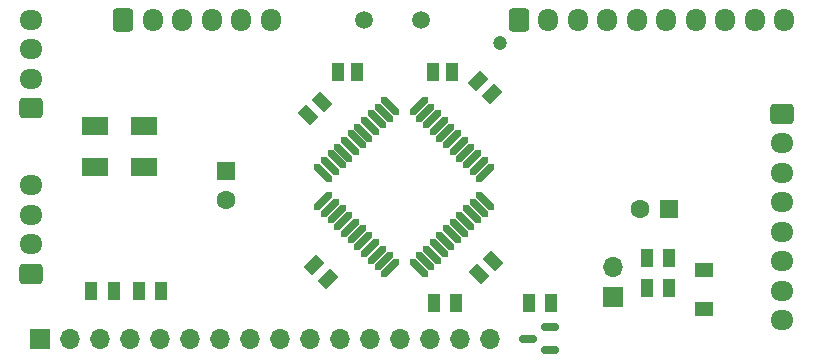
<source format=gbr>
%TF.GenerationSoftware,KiCad,Pcbnew,(6.0.5)*%
%TF.CreationDate,2022-06-13T21:30:09+05:30*%
%TF.ProjectId,pcb-dev-dsPIC30F3011,7063622d-6465-4762-9d64-735049433330,rev?*%
%TF.SameCoordinates,Original*%
%TF.FileFunction,Soldermask,Top*%
%TF.FilePolarity,Negative*%
%FSLAX46Y46*%
G04 Gerber Fmt 4.6, Leading zero omitted, Abs format (unit mm)*
G04 Created by KiCad (PCBNEW (6.0.5)) date 2022-06-13 21:30:09*
%MOMM*%
%LPD*%
G01*
G04 APERTURE LIST*
G04 Aperture macros list*
%AMRoundRect*
0 Rectangle with rounded corners*
0 $1 Rounding radius*
0 $2 $3 $4 $5 $6 $7 $8 $9 X,Y pos of 4 corners*
0 Add a 4 corners polygon primitive as box body*
4,1,4,$2,$3,$4,$5,$6,$7,$8,$9,$2,$3,0*
0 Add four circle primitives for the rounded corners*
1,1,$1+$1,$2,$3*
1,1,$1+$1,$4,$5*
1,1,$1+$1,$6,$7*
1,1,$1+$1,$8,$9*
0 Add four rect primitives between the rounded corners*
20,1,$1+$1,$2,$3,$4,$5,0*
20,1,$1+$1,$4,$5,$6,$7,0*
20,1,$1+$1,$6,$7,$8,$9,0*
20,1,$1+$1,$8,$9,$2,$3,0*%
%AMRotRect*
0 Rectangle, with rotation*
0 The origin of the aperture is its center*
0 $1 length*
0 $2 width*
0 $3 Rotation angle, in degrees counterclockwise*
0 Add horizontal line*
21,1,$1,$2,0,0,$3*%
G04 Aperture macros list end*
%ADD10R,1.100000X1.550000*%
%ADD11C,1.500000*%
%ADD12RoundRect,0.300000X-0.512652X-0.512653X-0.512653X-0.512652X0.512652X0.512653X0.512653X0.512652X0*%
%ADD13RoundRect,0.300000X0.512653X-0.512652X0.512652X-0.512653X-0.512653X0.512652X-0.512652X0.512653X0*%
%ADD14RotRect,1.060000X1.490000X225.000000*%
%ADD15R,1.700000X1.700000*%
%ADD16O,1.700000X1.700000*%
%ADD17RotRect,1.060000X1.490000X45.000000*%
%ADD18R,1.060000X1.490000*%
%ADD19C,1.200000*%
%ADD20RoundRect,0.250000X-0.600000X-0.725000X0.600000X-0.725000X0.600000X0.725000X-0.600000X0.725000X0*%
%ADD21O,1.700000X1.950000*%
%ADD22RotRect,1.060000X1.490000X135.000000*%
%ADD23R,2.200000X1.550000*%
%ADD24RoundRect,0.250000X0.725000X-0.600000X0.725000X0.600000X-0.725000X0.600000X-0.725000X-0.600000X0*%
%ADD25O,1.950000X1.700000*%
%ADD26R,1.600000X1.600000*%
%ADD27C,1.600000*%
%ADD28RoundRect,0.150000X0.587500X0.150000X-0.587500X0.150000X-0.587500X-0.150000X0.587500X-0.150000X0*%
%ADD29R,1.650000X1.150000*%
%ADD30RoundRect,0.250000X-0.725000X0.600000X-0.725000X-0.600000X0.725000X-0.600000X0.725000X0.600000X0*%
G04 APERTURE END LIST*
D10*
%TO.C,R6*%
X169100000Y-139000000D03*
X171000000Y-139000000D03*
%TD*%
D11*
%TO.C,Y1*%
X160000000Y-115000000D03*
X155120000Y-115000000D03*
%TD*%
D12*
%TO.C,U1*%
X151713820Y-130356890D03*
X152279506Y-130922576D03*
X152845192Y-131488262D03*
X153410876Y-132053946D03*
X153976562Y-132619632D03*
X154542245Y-133185315D03*
X155107932Y-133751002D03*
X155673618Y-134316688D03*
X156239303Y-134882373D03*
X156804989Y-135448059D03*
X157370675Y-136013745D03*
D13*
X159774837Y-136013745D03*
X160340523Y-135448059D03*
X160906209Y-134882373D03*
X161471894Y-134316688D03*
X162037580Y-133751002D03*
X162603265Y-133185317D03*
X163168950Y-132619632D03*
X163734636Y-132053946D03*
X164300320Y-131488262D03*
X164866006Y-130922576D03*
X165431692Y-130356890D03*
D12*
X165431692Y-127952728D03*
X164866006Y-127387042D03*
X164300320Y-126821356D03*
X163734636Y-126255671D03*
X163168949Y-125689985D03*
X162603263Y-125124298D03*
X162037579Y-124558615D03*
X161471893Y-123992928D03*
X160906209Y-123427244D03*
X160340523Y-122861558D03*
X159774838Y-122295873D03*
D13*
X157370674Y-122295873D03*
X156804989Y-122861558D03*
X156239303Y-123427244D03*
X155673619Y-123992928D03*
X155107933Y-124558615D03*
X154542247Y-125124300D03*
X153976563Y-125689985D03*
X153410876Y-126255671D03*
X152845192Y-126821356D03*
X152279506Y-127387042D03*
X151713820Y-127952728D03*
%TD*%
D14*
%TO.C,C7*%
X166072756Y-135427244D03*
X164927244Y-136572756D03*
%TD*%
D15*
%TO.C,JP1*%
X176275000Y-138450000D03*
D16*
X176275000Y-135910000D03*
%TD*%
D17*
%TO.C,C5*%
X150427244Y-123072756D03*
X151572756Y-121927244D03*
%TD*%
D18*
%TO.C,C2*%
X154572756Y-119427244D03*
X152952756Y-119427244D03*
%TD*%
%TO.C,C1*%
X160952756Y-119427244D03*
X162572756Y-119427244D03*
%TD*%
D19*
%TO.C,J4*%
X166650000Y-117000000D03*
D20*
X168250000Y-115000000D03*
D21*
X170750000Y-115000000D03*
X173250000Y-115000000D03*
X175750000Y-115000000D03*
X178250000Y-115000000D03*
X180750000Y-115000000D03*
X183250000Y-115000000D03*
X185750000Y-115000000D03*
X188250000Y-115000000D03*
X190750000Y-115000000D03*
%TD*%
D22*
%TO.C,C8*%
X152072756Y-136927244D03*
X150927244Y-135781732D03*
%TD*%
%TO.C,C6*%
X165972756Y-121327244D03*
X164827244Y-120181732D03*
%TD*%
D10*
%TO.C,R2*%
X179100000Y-137705113D03*
X181000000Y-137705113D03*
%TD*%
%TO.C,R5*%
X133950000Y-138000000D03*
X132050000Y-138000000D03*
%TD*%
%TO.C,R4*%
X138000000Y-138000000D03*
X136100000Y-138000000D03*
%TD*%
D23*
%TO.C,D2*%
X136500000Y-127500000D03*
X132400000Y-127500000D03*
%TD*%
D24*
%TO.C,J2*%
X127000000Y-122500000D03*
D25*
X127000000Y-120000000D03*
X127000000Y-117500000D03*
X127000000Y-115000000D03*
%TD*%
D20*
%TO.C,J1*%
X134750000Y-115000000D03*
D21*
X137250000Y-115000000D03*
X139750000Y-115000000D03*
X142250000Y-115000000D03*
X144750000Y-115000000D03*
X147250000Y-115000000D03*
%TD*%
D26*
%TO.C,C4*%
X143500000Y-127794888D03*
D27*
X143500000Y-130294888D03*
%TD*%
D28*
%TO.C,Q1*%
X170937500Y-142950000D03*
X170937500Y-141050000D03*
X169062500Y-142000000D03*
%TD*%
D29*
%TO.C,D3*%
X183900000Y-136200000D03*
X183900000Y-139500000D03*
%TD*%
D23*
%TO.C,D1*%
X136500000Y-124000000D03*
X132400000Y-124000000D03*
%TD*%
D30*
%TO.C,J6*%
X190525000Y-122950000D03*
D25*
X190525000Y-125450000D03*
X190525000Y-127950000D03*
X190525000Y-130450000D03*
X190525000Y-132950000D03*
X190525000Y-135450000D03*
X190525000Y-137950000D03*
X190525000Y-140450000D03*
%TD*%
D10*
%TO.C,R1*%
X179100000Y-135205113D03*
X181000000Y-135205113D03*
%TD*%
D24*
%TO.C,J3*%
X126950000Y-136500000D03*
D25*
X126950000Y-134000000D03*
X126950000Y-131500000D03*
X126950000Y-129000000D03*
%TD*%
D10*
%TO.C,R3*%
X161050000Y-139000000D03*
X162950000Y-139000000D03*
%TD*%
D26*
%TO.C,C3*%
X181000000Y-131000000D03*
D27*
X178500000Y-131000000D03*
%TD*%
D15*
%TO.C,J5*%
X127720000Y-142000000D03*
D16*
X130260000Y-142000000D03*
X132800000Y-142000000D03*
X135340000Y-142000000D03*
X137880000Y-142000000D03*
X140420000Y-142000000D03*
X142960000Y-142000000D03*
X145500000Y-142000000D03*
X148040000Y-142000000D03*
X150580000Y-142000000D03*
X153120000Y-142000000D03*
X155660000Y-142000000D03*
X158200000Y-142000000D03*
X160740000Y-142000000D03*
X163280000Y-142000000D03*
X165820000Y-142000000D03*
%TD*%
M02*

</source>
